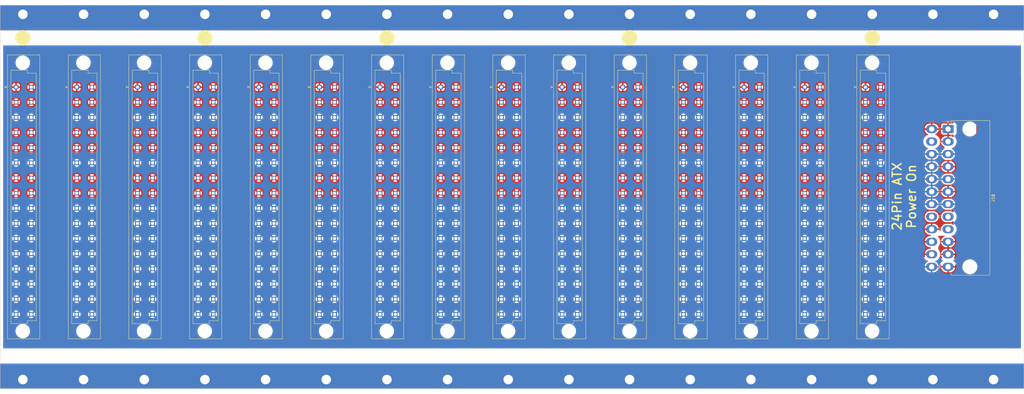
<source format=kicad_pcb>
(kicad_pcb (version 20211014) (generator pcbnew)
  (title_block (title "Backplane") (date "2023-01-21") (rev "A") (company "https://github.com/peterheinrich/DA20-C1-ProcedureTrainer ") (comment 1 "Open Hardware") (comment 2 "License: CERN-OHL-P") (comment 3 "© 2023 by Peter Heinrich") (comment 4 "DA20 Hardware Cockpit Simulator Project"))
  (layers (0 "F.Cu" signal) (31 "B.Cu" signal) (34 "B.Paste" user) (35 "F.Paste" user) (36 "B.SilkS" user "B.Silkscreen") (37 "F.SilkS" user "F.Silkscreen") (38 "B.Mask" user) (39 "F.Mask" user) (44 "Edge.Cuts" user))
  (net 0 "")
  (net 1 "+12VA")
  (net 2 "GND")
  (net 3 "+5VA")
  (net 4 "+3.3VA")
  (net 5 "GNDPWR")
  (footprint "Connector_DIN:DIN41612_C_2x16_Female_Vertical_THT" (layer "F.Cu") (at 63.7575 103.16)
    (fp_text reference "J5" hide)
    (fp_text value "BACKPLANE" hide)
  )
  (footprint "Connector_DIN:DIN41612_C_2x16_Female_Vertical_THT" (layer "F.Cu") (at 43.4375 103.16)
    (fp_text reference "J15" hide)
    (fp_text value "BACKPLANE" hide)
  )
  (footprint "Connector_DIN:DIN41612_C_2x16_Female_Vertical_THT" (layer "F.Cu") (at 165.3575 103.16)
    (fp_text reference "J1" hide)
    (fp_text value "BACKPLANE" hide)
  )
  (footprint "Connector_DIN:DIN41612_C_2x16_Female_Vertical_THT" (layer "F.Cu") (at 84.0775 103.16)
    (fp_text reference "J7" hide)
    (fp_text value "BACKPLANE" hide)
  )
  (footprint "MountingHole:MountingHole_3.2mm_M3_ISO14580_Pad" (layer "F.Cu") (at 330.2 81.28)
    (fp_text reference "H27" hide)
    (fp_text value "MountingHole_Pad" hide)
  )
  (footprint "MountingHole:MountingHole_3.2mm_M3_ISO14580_Pad" (layer "F.Cu") (at 370.84 81.28)
    (fp_text reference "H21" hide)
    (fp_text value "MountingHole_Pad" hide)
  )
  (footprint "MountingHole:MountingHole_3.2mm_M3_ISO14580_Pad" (layer "F.Cu") (at 106.68 81.28)
    (fp_text reference "H34" hide)
    (fp_text value "MountingHole_Pad" hide)
  )
  (footprint "Connector_DIN:DIN41612_C_2x16_Female_Vertical_THT" (layer "F.Cu") (at 185.6775 103.16)
    (fp_text reference "J8" hide)
    (fp_text value "BACKPLANE" hide)
  )
  (footprint "MountingHole:MountingHole_3.2mm_M3_ISO14580_Pad" (layer "F.Cu") (at 147.32 81.28)
    (fp_text reference "H7" hide)
    (fp_text value "MountingHole_Pad" hide)
  )
  (footprint "Connector_DIN:DIN41612_C_2x16_Female_Vertical_THT" (layer "F.Cu") (at 145.0375 103.16)
    (fp_text reference "J9" hide)
    (fp_text value "BACKPLANE" hide)
  )
  (footprint "MountingHole:MountingHole_3.2mm_M3_ISO14580_Pad" (layer "F.Cu") (at 167.64 81.28)
    (fp_text reference "H26" hide)
    (fp_text value "MountingHole_Pad" hide)
  )
  (footprint "MountingHole:MountingHole_3.2mm_M3_ISO14580_Pad" (layer "F.Cu") (at 187.96 81.28)
    (fp_text reference "H9" hide)
    (fp_text value "MountingHole_Pad" hide)
  )
  (footprint "MountingHole:MountingHole_3.2mm_M3_ISO14580_Pad" (layer "F.Cu") (at 248.92 203.78)
    (fp_text reference "H32" hide)
    (fp_text value "MountingHole_Pad" hide)
  )
  (footprint "Connector_DIN:DIN41612_C_2x16_Female_Vertical_THT" (layer "F.Cu") (at 327.9175 103.16)
    (fp_text reference "J4" hide)
    (fp_text value "BACKPLANE" hide)
  )
  (footprint "MountingHole:MountingHole_3.2mm_M3_ISO14580_Pad" (layer "F.Cu") (at 86.36 203.78)
    (fp_text reference "H17" hide)
    (fp_text value "MountingHole_Pad" hide)
  )
  (footprint "MountingHole:MountingHole_3.2mm_M3_ISO14580_Pad" (layer "F.Cu") (at 208.28 81.28)
    (fp_text reference "H24" hide)
    (fp_text value "MountingHole_Pad" hide)
  )
  (footprint "MountingHole:MountingHole_3.2mm_M3_ISO14580_Pad" (layer "F.Cu") (at 66.04 203.78)
    (fp_text reference "H18" hide)
    (fp_text value "MountingHole_Pad" hide)
  )
  (footprint "Connector_Molex:Molex_Mini-Fit_Jr_5569-24A2_2x12_P4.20mm_Horizontal" (layer "F.Cu") (at 355.6 119.765 -90)
    (fp_text reference "J16")
    (fp_text value "ATX-24")
  )
  (footprint "MountingHole:MountingHole_3.2mm_M3_ISO14580_Pad" (layer "F.Cu") (at 248.92 81.28)
    (fp_text reference "H33" hide)
    (fp_text value "MountingHole_Pad" hide)
  )
  (footprint "MountingHole:MountingHole_3.2mm_M3_ISO14580_Pad" (layer "F.Cu") (at 350.52 81.28)
    (fp_text reference "H5" hide)
    (fp_text value "MountingHole_Pad" hide)
  )
  (footprint "MountingHole:MountingHole_3.2mm_M3_ISO14580_Pad" (layer "F.Cu") (at 147.32 203.78)
    (fp_text reference "H13" hide)
    (fp_text value "MountingHole_Pad" hide)
  )
  (footprint "Connector_DIN:DIN41612_C_2x16_Female_Vertical_THT" (layer "F.Cu") (at 307.5975 103.16)
    (fp_text reference "J14" hide)
    (fp_text value "BACKPLANE" hide)
  )
  (footprint "MountingHole:MountingHole_3.2mm_M3_ISO14580_Pad" (layer "F.Cu") (at 45.72 81.28)
    (fp_text reference "H38" hide)
    (fp_text value "MountingHole_Pad" hide)
  )
  (footprint "Connector_DIN:DIN41612_C_2x16_Female_Vertical_THT" (layer "F.Cu") (at 226.3175 103.16)
    (fp_text reference "J13" hide)
    (fp_text value "BACKPLANE" hide)
  )
  (footprint "MountingHole:MountingHole_3.2mm_M3_ISO14580_Pad" (layer "F.Cu") (at 289.56 81.28)
    (fp_text reference "H30" hide)
    (fp_text value "MountingHole_Pad" hide)
  )
  (footprint "Connector_DIN:DIN41612_C_2x16_Female_Vertical_THT" (layer "F.Cu") (at 287.2775 103.16)
    (fp_text reference "J12" hide)
    (fp_text value "BACKPLANE" hide)
  )
  (footprint "MountingHole:MountingHole_3.2mm_M3_ISO14580_Pad" (layer "F.Cu") (at 228.6 203.78)
    (fp_text reference "H10" hide)
    (fp_text value "MountingHole_Pad" hide)
  )
  (footprint "MountingHole:MountingHole_3.2mm_M3_ISO14580_Pad" (layer "F.Cu") (at 309.88 81.28)
    (fp_text reference "H6" hide)
    (fp_text value "MountingHole_Pad" hide)
  )
  (footprint "MountingHole:MountingHole_3.2mm_M3_ISO14580_Pad" (layer "F.Cu") (at 370.84 203.78)
    (fp_text reference "H23" hide)
    (fp_text value "MountingHole_Pad" hide)
  )
  (footprint "MountingHole:MountingHole_3.2mm_M3_ISO14580_Pad" (layer "F.Cu") (at 330.2 203.78)
    (fp_text reference "H28" hide)
    (fp_text value "MountingHole_Pad" hide)
  )
  (footprint "MountingHole:MountingHole_3.2mm_M3_ISO14580_Pad" (layer "F.Cu") (at 289.56 203.78)
    (fp_text reference "H3" hide)
    (fp_text value "MountingHole_Pad" hide)
  )
  (footprint "MountingHole:MountingHole_3.2mm_M3_ISO14580_Pad" (layer "F.Cu") (at 187.96 203.78)
    (fp_text reference "H12" hide)
    (fp_text value "MountingHole_Pad" hide)
  )
  (footprint "MountingHole:MountingHole_3.2mm_M3_ISO14580_Pad" (layer "F.Cu") (at 208.28 203.78)
    (fp_text reference "H11" hide)
    (fp_text value "MountingHole_Pad" hide)
  )
  (footprint "Connector_DIN:DIN41612_C_2x16_Female_Vertical_THT" (layer "F.Cu") (at 124.7175 103.16)
    (fp_text reference "J10" hide)
    (fp_text value "BACKPLANE" hide)
  )
  (footprint "MountingHole:MountingHole_3.2mm_M3_ISO14580_Pad" (layer "F.Cu") (at 269.24 203.78)
    (fp_text reference "H31" hide)
    (fp_text value "MountingHole_Pad" hide)
  )
  (footprint "Connector_DIN:DIN41612_C_2x16_Female_Vertical_THT" (layer "F.Cu") (at 205.9975 103.16)
    (fp_text reference "J6" hide)
    (fp_text value "BACKPLANE" hide)
  )
  (footprint "MountingHole:MountingHole_3.2mm_M3_ISO14580_Pad" (layer "F.Cu") (at 309.88 203.78)
    (fp_text reference "H20" hide)
    (fp_text value "MountingHole_Pad" hide)
  )
  (footprint "Connector_DIN:DIN41612_C_2x16_Female_Vertical_THT" (layer "F.Cu") (at 266.9575 103.16)
    (fp_text reference "J11" hide)
    (fp_text value "BACKPLANE" hide)
  )
  (footprint "MountingHole:MountingHole_3.2mm_M3_ISO14580_Pad" (layer "F.Cu") (at 228.6 81.28)
    (fp_text reference "H25" hide)
    (fp_text value "MountingHole_Pad" hide)
  )
  (footprint "MountingHole:MountingHole_3.2mm_M3_ISO14580_Pad" (layer "F.Cu") (at 86.36 81.28)
    (fp_text reference "H35" hide)
    (fp_text value "MountingHole_Pad" hide)
  )
  (footprint "MountingHole:MountingHole_3.2mm_M3_ISO14580_Pad" (layer "F.Cu") (at 66.04 81.28)
    (fp_text reference "H36" hide)
    (fp_text value "MountingHole_Pad" hide)
  )
  (footprint "Connector_DIN:DIN41612_C_2x16_Female_Vertical_THT" (layer "F.Cu") (at 246.6375 103.16)
    (fp_text reference "J2" hide)
    (fp_text value "BACKPLANE" hide)
  )
  (footprint "MountingHole:MountingHole_3.2mm_M3_ISO14580_Pad" (layer "F.Cu") (at 45.72 203.78)
    (fp_text reference "H37" hide)
    (fp_text value "MountingHole_Pad" hide)
  )
  (footprint "MountingHole:MountingHole_3.2mm_M3_ISO14580_Pad" (layer "F.Cu") (at 127 81.28)
    (fp_text reference "H8" hide)
    (fp_text value "MountingHole_Pad" hide)
  )
  (footprint "Connector_DIN:DIN41612_C_2x16_Female_Vertical_THT" (layer "F.Cu") (at 104.3975 103.16)
    (fp_text reference "J3" hide)
    (fp_text value "BACKPLANE" hide)
  )
  (footprint "MountingHole:MountingHole_3.2mm_M3_ISO14580_Pad" (layer "F.Cu") (at 167.64 203.78)
    (fp_text reference "H14" hide)
    (fp_text value "MountingHole_Pad" hide)
  )
  (footprint "MountingHole:MountingHole_3.2mm_M3_ISO14580_Pad" (layer "F.Cu") (at 269.24 81.28)
    (fp_text reference "H29" hide)
    (fp_text value "MountingHole_Pad" hide)
  )
  (footprint "MountingHole:MountingHole_3.2mm_M3_ISO14580_Pad" (layer "F.Cu") (at 127 203.78)
    (fp_text reference "H15" hide)
    (fp_text value "MountingHole_Pad" hide)
  )
  (footprint "MountingHole:MountingHole_3.2mm_M3_ISO14580_Pad" (layer "F.Cu") (at 106.68 203.78)
    (fp_text reference "H16" hide)
    (fp_text value "MountingHole_Pad" hide)
  )
  (footprint "MountingHole:MountingHole_3.2mm_M3_ISO14580_Pad" (layer "F.Cu") (at 350.52 203.78)
    (fp_text reference "H1" hide)
    (fp_text value "MountingHole_Pad" hide)
  )
  (gr_circle (center 106.68 89.19) (end 109.22 89.19) (layer "F.SilkS") (width 0.15) (fill solid))
  (gr_circle (center 167.64 89.19) (end 170.18 89.19) (layer "F.SilkS") (width 0.15) (fill solid))
  (gr_circle (center 330.2 89.19) (end 332.74 89.19) (layer "F.SilkS") (width 0.15) (fill solid))
  (gr_circle (center 45.72 89.19) (end 48.26 89.19) (layer "F.SilkS") (width 0.15) (fill solid))
  (gr_circle (center 248.92 89.19) (end 251.46 89.19) (layer "F.SilkS") (width 0.15) (fill solid))
  (gr_rect (start 38.1 78.255) (end 381 206.805) (layer "Edge.Cuts") (width 0.1) (fill none))
  (gr_text "24Pin ATX\nPower On" (at 340.92 142.37 90) (layer "F.SilkS") (effects (font (size 3 3) (thickness 0.5))))
  (zone (net 5) (net_name "GNDPWR") (layers F&B.Cu) (connect_pads yes (clearance 0)) (min_thickness 0.254) (fill yes (thermal_gap 0.508) (thermal_bridge_width 0.508))
    (polygon (pts (xy 381 208.57) (xy 38.1 208.57) (xy 38.1 198.41) (xy 381 198.41)))
  )
  (zone (net 1) (net_name "+12VA") (layer "F.Cu") (connect_pads (clearance 1)) (min_thickness 0.254) (fill yes (thermal_gap 0.508) (thermal_bridge_width 0.508))
    (polygon (pts (xy 380.29 102.225) (xy 380.29 163.185) (xy 352.35 163.185) (xy 352.35 155.565) (xy 359.97 155.565) (xy 359.97 145.405) (xy 375.21 145.405) (xy 375.21 110.62) (xy 370.13 105.54) (xy 342.9 105.54) (xy 334.57 113.16) (xy 39.93 113.16) (xy 39.93 102.225) (xy 329.49 102.225) (xy 334.57 97.145) (xy 375.92 97.145)))
  )
  (zone (net 3) (net_name "+5VA") (layer "F.Cu") (connect_pads (clearance 0.5)) (min_thickness 0.254) (fill yes (thermal_gap 0.508) (thermal_bridge_width 0.508))
    (polygon (pts (xy 372.67 112.825) (xy 372.67 142.865) (xy 357.43 142.865) (xy 357.43 153.8) (xy 349.81 153.8) (xy 349.81 156.34) (xy 349.81 162.69) (xy 344.73 162.69) (xy 344.73 146.18) (xy 352.35 137.785) (xy 352.35 135.245) (xy 352.35 130.165) (xy 365.05 130.165) (xy 365.05 114.925) (xy 347.27 114.925) (xy 337.11 125.085) (xy 337.11 127.625) (xy 39.93 127.625) (xy 39.93 117.465) (xy 334.57 117.465) (xy 345.44 107.826) (xy 367.59 108.08)))
  )
  (zone (net 4) (net_name "+3.3VA") (layer "F.Cu") (connect_pads (clearance 1)) (min_thickness 0.254) (fill yes (thermal_gap 0.508) (thermal_bridge_width 0.508))
    (polygon (pts (xy 357.43 126.355) (xy 347.27 126.355) (xy 347.27 137.785) (xy 342.19 143.64) (xy 342.19 165.23) (xy 359.97 165.23) (xy 359.97 176.66) (xy 347.27 176.66) (xy 334.57 166.5) (xy 334.57 142.865) (xy 39.93 142.865) (xy 39.93 132.705) (xy 339.65 132.705) (xy 339.65 125.085) (xy 347.27 117.465) (xy 357.43 117.465)))
  )
  (zone (net 5) (net_name "GNDPWR") (layers F&B.Cu) (connect_pads yes (clearance 0)) (min_thickness 0.254) (fill yes (thermal_gap 0.508) (thermal_bridge_width 0.508))
    (polygon (pts (xy 381 86.65) (xy 38.1 86.65) (xy 38.1 76.49) (xy 381 76.49)))
  )
  (zone (net 2) (net_name "GND") (layer "B.Cu") (connect_pads (clearance 1)) (min_thickness 0.254) (fill yes (thermal_gap 0.508) (thermal_bridge_width 0.508))
    (polygon (pts (xy 381 193.33) (xy 38.1 193.33) (xy 38.1 91.73) (xy 381 91.73)))
  )
)
</source>
